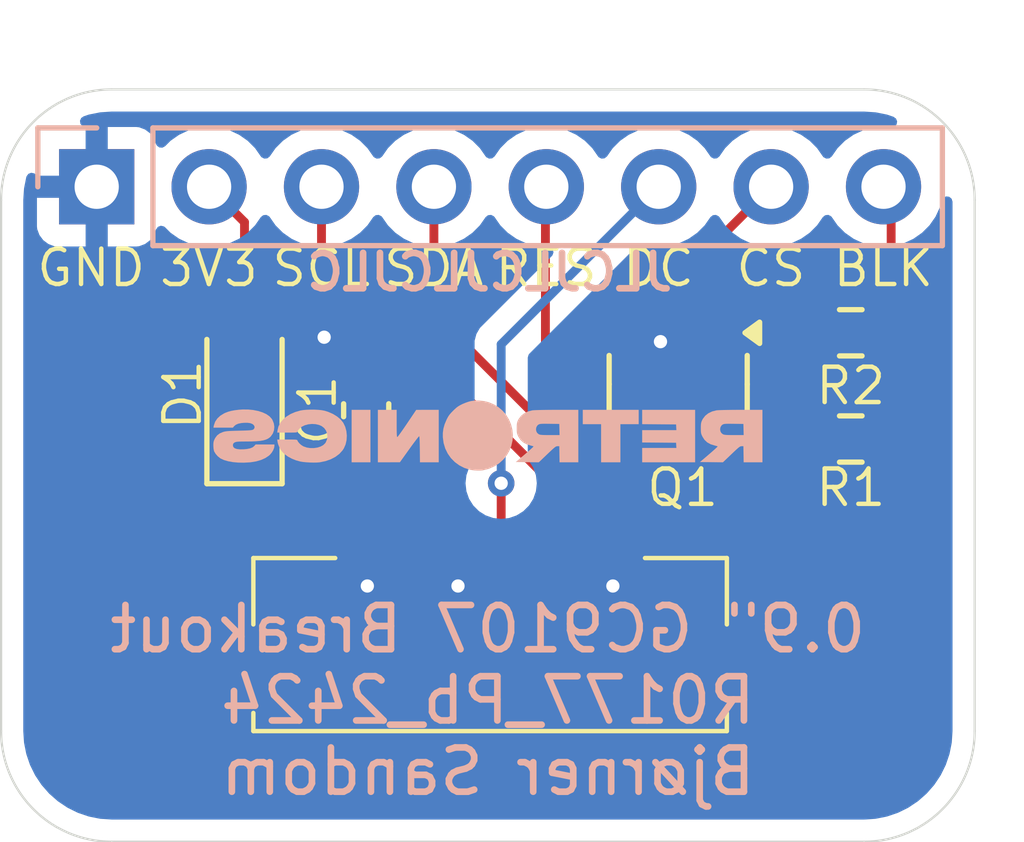
<source format=kicad_pcb>
(kicad_pcb (version 20240108) (generator "pcbnew") (generator_version "8.0")
  (layers (0 "F.Cu" signal) (31 "B.Cu" signal) (34 "B.Paste" user) (35 "F.Paste" user) (36 "B.SilkS" user "B.Silkscreen") (37 "F.SilkS" user "F.Silkscreen") (38 "B.Mask" user) (39 "F.Mask" user) (44 "Edge.Cuts" user))
  (net 0 "")
  (net 1 "BLK")
  (net 2 "CS")
  (net 3 "+3.3V")
  (net 4 "RST")
  (net 5 "DC")
  (net 6 "GND")
  (net 7 "SDA")
  (net 8 "SCL")
  (net 9 "LEDK")
  (net 10 "Net-(Q1-B)")
  (net 11 "Net-(Q1-C)")
  (net 12 "VDD")
  (footprint "Capacitor_SMD:C_0603_1608Metric_Pad1.08x0.95mm_HandSolder" (layer "F.Cu") (at 50.25 54.25 90)
    (property "Reference" "C1" (at 0 -1.1 90) (layer "F.SilkS") (effects (font (size 0.8 0.8) (thickness 0.1))))
    (property "Value" "1µF")
    (fp_line (start -0.146267 -0.51) (end 0.146267 -0.51) (stroke (width 0.12)) (layer "F.SilkS"))
    (fp_line (start -0.146267 0.51) (end 0.146267 0.51) (stroke (width 0.12)) (layer "F.SilkS"))
    (pad "1" smd roundrect (at -0.8625 0 90) (size 1.075 0.95) (layers "F.Cu" "F.Paste" "F.Mask") (net 12 "VDD"))
    (pad "2" smd roundrect (at 0.8625 0 90) (size 1.075 0.95) (layers "F.Cu" "F.Paste" "F.Mask") (net 6 "GND"))
  )
  (footprint "Package_TO_SOT_SMD:SOT-23" (layer "F.Cu") (at 57.3 53.6625 -90)
    (property "Reference" "Q1" (at 2.3375 -0.1 180) (layer "F.SilkS") (effects (font (size 0.8 0.8) (thickness 0.1))))
    (property "Value" "BC847")
    (fp_line (start 0 1.56) (end -0.65 1.56) (stroke (width 0.12)) (layer "F.SilkS"))
    (fp_line (start 0 1.56) (end 0.65 1.56) (stroke (width 0.12)) (layer "F.SilkS"))
    (fp_line (start 0 -1.56) (end -0.65 -1.56) (stroke (width 0.12)) (layer "F.SilkS"))
    (fp_line (start 0 -1.56) (end 0.65 -1.56) (stroke (width 0.12)) (layer "F.SilkS"))
    (fp_poly (pts (xy -1.1625 -1.51) (xy -1.4025 -1.84) (xy -0.9225 -1.84) (xy -1.1625 -1.51)) (stroke (width 0.12)) (fill solid) (layer "F.SilkS"))
    (pad "1" smd roundrect (at -0.9375 -0.95 270) (size 1.475 0.6) (layers "F.Cu" "F.Paste" "F.Mask") (net 10 "Net-(Q1-B)"))
    (pad "2" smd roundrect (at -0.9375 0.95 270) (size 1.475 0.6) (layers "F.Cu" "F.Paste" "F.Mask") (net 6 "GND"))
    (pad "3" smd roundrect (at 0.9375 0 270) (size 1.475 0.6) (layers "F.Cu" "F.Paste" "F.Mask") (net 11 "Net-(Q1-C)"))
  )
  (footprint "Resistor_SMD:R_0603_1608Metric_Pad0.98x0.95mm_HandSolder" (layer "F.Cu") (at 61.2 52.5 180)
    (property "Reference" "R2" (at 0 -1.2 0) (layer "F.SilkS") (effects (font (size 0.8 0.8) (thickness 0.1))))
    (property "Value" "1kΩ")
    (fp_line (start -0.254724 0.5225) (end 0.254724 0.5225) (stroke (width 0.12)) (layer "F.SilkS"))
    (fp_line (start -0.254724 -0.5225) (end 0.254724 -0.5225) (stroke (width 0.12)) (layer "F.SilkS"))
    (pad "1" smd roundrect (at -0.9125 0 180) (size 0.975 0.95) (layers "F.Cu" "F.Paste" "F.Mask") (net 1 "BLK"))
    (pad "2" smd roundrect (at 0.9125 0 180) (size 0.975 0.95) (layers "F.Cu" "F.Paste" "F.Mask") (net 10 "Net-(Q1-B)"))
  )
  (footprint "Diode_SMD:D_SOD-323_HandSoldering" (layer "F.Cu") (at 47.5 53.9 90)
    (property "Reference" "D1" (at 0 -1.4 90) (layer "F.SilkS") (effects (font (size 0.8 0.8) (thickness 0.1))))
    (property "Value" "B0520WS")
    (fp_line (start -2.01 -0.85) (end 1.25 -0.85) (stroke (width 0.12)) (layer "F.SilkS"))
    (fp_line (start -2.01 -0.85) (end -2.01 0.85) (stroke (width 0.12)) (layer "F.SilkS"))
    (fp_line (start -2.01 0.85) (end 1.25 0.85) (stroke (width 0.12)) (layer "F.SilkS"))
    (pad "1" smd roundrect (at -1.25 0 90) (size 1 1) (layers "F.Cu" "F.Paste" "F.Mask") (net 12 "VDD"))
    (pad "2" smd roundrect (at 1.25 0 90) (size 1 1) (layers "F.Cu" "F.Paste" "F.Mask") (net 3 "+3.3V"))
  )
  (footprint "Resistor_SMD:R_0603_1608Metric_Pad0.98x0.95mm_HandSolder" (layer "F.Cu") (at 61.2 54.9)
    (property "Reference" "R1" (at 0 1.1 0) (layer "F.SilkS") (effects (font (size 0.8 0.8) (thickness 0.1))))
    (property "Value" "10Ω")
    (fp_line (start -0.254724 -0.5225) (end 0.254724 -0.5225) (stroke (width 0.12)) (layer "F.SilkS"))
    (fp_line (start -0.254724 0.5225) (end 0.254724 0.5225) (stroke (width 0.12)) (layer "F.SilkS"))
    (pad "1" smd roundrect (at -0.9125 0) (size 0.975 0.95) (layers "F.Cu" "F.Paste" "F.Mask") (net 11 "Net-(Q1-C)"))
    (pad "2" smd roundrect (at 0.9125 0) (size 0.975 0.95) (layers "F.Cu" "F.Paste" "F.Mask") (net 9 "LEDK"))
  )
  (footprint "Retronics_Connectors:505110-1292" (layer "F.Cu") (at 53.05 59.845)
    (property "Reference" "J2" (hide yes))
    (property "Value" "Display interface" (hide yes))
    (fp_line (start -5.35 -2.255) (end -5.35 -0.755) (stroke (width 0.1)) (layer "F.SilkS"))
    (fp_line (start -5.35 1.245) (end -5.35 1.655) (stroke (width 0.1)) (layer "F.SilkS"))
    (fp_line (start -5.35 1.655) (end 5.35 1.655) (stroke (width 0.1)) (layer "F.SilkS"))
    (fp_line (start -3.5 -2.255) (end -5.35 -2.255) (stroke (width 0.1)) (layer "F.SilkS"))
    (fp_line (start 3.5 -2.255) (end 5.35 -2.255) (stroke (width 0.1)) (layer "F.SilkS"))
    (fp_line (start 5.35 -2.255) (end 5.35 -0.755) (stroke (width 0.1)) (layer "F.SilkS"))
    (fp_line (start 5.35 1.655) (end 5.35 1.245) (stroke (width 0.1)) (layer "F.SilkS"))
    (pad "1" smd rect (at -2.75 -2.455) (size 0.3 1) (layers "F.Cu" "F.Paste" "F.Mask") (net 6 "GND"))
    (pad "2" smd rect (at -2.25 -2.455) (size 0.3 1) (layers "F.Cu" "F.Paste" "F.Mask") (net 9 "LEDK"))
    (pad "3" smd rect (at -1.75 -2.455) (size 0.3 1) (layers "F.Cu" "F.Paste" "F.Mask") (net 12 "VDD"))
    (pad "4" smd rect (at -1.25 -2.455) (size 0.3 1) (layers "F.Cu" "F.Paste" "F.Mask") (net 12 "VDD"))
    (pad "5" smd rect (at -0.75 -2.455) (size 0.3 1) (layers "F.Cu" "F.Paste" "F.Mask") (net 6 "GND"))
    (pad "6" smd rect (at -0.25 -2.455) (size 0.3 1) (layers "F.Cu" "F.Paste" "F.Mask") (net 6 "GND"))
    (pad "7" smd rect (at 0.25 -2.455) (size 0.3 1) (layers "F.Cu" "F.Paste" "F.Mask") (net 5 "DC"))
    (pad "8" smd rect (at 0.75 -2.455) (size 0.3 1) (layers "F.Cu" "F.Paste" "F.Mask") (net 2 "CS"))
    (pad "9" smd rect (at 1.25 -2.455) (size 0.3 1) (layers "F.Cu" "F.Paste" "F.Mask") (net 8 "SCL"))
    (pad "10" smd rect (at 1.75 -2.455) (size 0.3 1) (layers "F.Cu" "F.Paste" "F.Mask") (net 7 "SDA"))
    (pad "11" smd rect (at 2.25 -2.455) (size 0.3 1) (layers "F.Cu" "F.Paste" "F.Mask") (net 4 "RST"))
    (pad "12" smd rect (at 2.75 -2.455) (size 0.3 1) (layers "F.Cu" "F.Paste" "F.Mask") (net 6 "GND"))
    (pad "MP1" smd rect (at -5.05 0.245 90) (size 1.3 2) (layers "F.Cu" "F.Paste" "F.Mask"))
    (pad "MP2" smd rect (at 5.05 0.245 90) (size 1.3 2) (layers "F.Cu" "F.Paste" "F.Mask"))
  )
  (footprint "Icons_Graphics:retronics_logo_14mm" (layer "B.Cu") (at 52.996672 54.8 180)
    (property "Reference" "G***" (hide yes))
    (property "Value" "LOGO" (hide yes))
    (fp_poly (pts (xy 3.075737 -0.626332) (xy 2.650726 -0.626332) (xy 2.650726 0.559225) (xy 3.075737 0.559225)) (fill solid) (layer "B.SilkS"))
    (fp_poly (pts (xy -2.147424 0.234875) (xy -2.561251 0.234875) (xy -2.561251 -0.626332) (xy -2.997446 -0.626332) (xy -2.997446 0.234875) (xy -3.411273 0.234875) (xy -3.411273 0.559225) (xy -2.147424 0.559225)) (fill solid) (layer "B.SilkS"))
    (fp_poly (pts (xy -3.489564 0.235169) (xy -3.872634 0.232226) (xy -4.255703 0.229283) (xy -4.262411 0.100661) (xy -3.489564 0.100661) (xy -3.489564 -0.178658) (xy -3.872634 -0.181601) (xy -4.255703 -0.184544) (xy -4.259083 -0.243262) (xy -4.262464 -0.301981) (xy -3.489564 -0.301981) (xy -3.489564 -0.626332) (xy -4.686306 -0.626332) (xy -4.686306 0.559225) (xy -3.489564 0.559225)) (fill solid) (layer "B.SilkS"))
    (fp_poly (pts (xy 2.482959 -0.626332) (xy 2.234104 -0.626061) (xy 1.985248 -0.62579) (xy 1.773232 -0.329508) (xy 1.72178 -0.258205) (xy 1.674126 -0.193305) (xy 1.631884 -0.13692) (xy 1.596672 -0.091163) (xy 1.570106 -0.058147) (xy 1.553801 -0.039984) (xy 1.549542 -0.037113) (xy 1.545434 -0.049662) (xy 1.54191 -0.084007) (xy 1.538998 -0.139585) (xy 1.536727 -0.21583) (xy 1.535123 -0.312177) (xy 1.534887 -0.333665) (xy 1.531905 -0.626332) (xy 1.107265 -0.626332) (xy 1.107265 0.559225) (xy 1.361713 0.558961) (xy 1.61616 0.558696) (xy 1.823073 0.25158) (xy 1.873029 0.178031) (xy 1.919479 0.110788) (xy 1.96086 0.052026) (xy 1.995609 0.003919) (xy 2.022161 -0.031356) (xy 2.038955 -0.051626) (xy 2.043967 -0.055729) (xy 2.048295 -0.050927) (xy 2.051697 -0.035077) (xy 2.054261 -0.00621) (xy 2.056078 0.037641) (xy 2.057236 0.098443) (xy 2.057825 0.178166) (xy 2.057948 0.251652) (xy 2.057948 0.559225) (xy 2.482959 0.559225)) (fill solid) (layer "B.SilkS"))
    (fp_poly (pts (xy 0.308238 0.767339) (xy 0.386893 0.755606) (xy 0.437524 0.741689) (xy 0.497781 0.72075) (xy 0.55762 0.696408) (xy 0.581049 0.685638) (xy 0.632714 0.659367) (xy 0.674606 0.633782) (xy 0.713581 0.603884) (xy 0.756495 0.564672) (xy 0.783822 0.537763) (xy 0.830169 0.48985) (xy 0.864494 0.449592) (xy 0.891795 0.410132) (xy 0.917074 0.364614) (xy 0.931696 0.334991) (xy 0.975414 0.231291) (xy 1.002701 0.133519) (xy 1.015112 0.034302) (xy 1.014965 -0.060004) (xy 0.997762 -0.19148) (xy 0.960581 -0.315089) (xy 0.904933 -0.429092) (xy 0.832332 -0.531748) (xy 0.74429 -0.621315) (xy 0.642318 -0.696053) (xy 0.527929 -0.75422) (xy 0.402635 -0.794077) (xy 0.37161 -0.800629) (xy 0.306832 -0.809678) (xy 0.235839 -0.814219) (xy 0.16791 -0.813969) (xy 0.112323 -0.808645) (xy 0.111845 -0.808563) (xy -0.021371 -0.774817) (xy -0.143963 -0.722282) (xy -0.254434 -0.652049) (xy -0.351285 -0.56521) (xy -0.433015 -0.462855) (xy -0.484725 -0.374111) (xy -0.53325 -0.253816) (xy -0.5608 -0.130999) (xy -0.56828 -0.007801) (xy -0.556592 0.113639) (xy -0.526641 0.231183) (xy -0.479329 0.34269) (xy -0.41556 0.446022) (xy -0.336238 0.539038) (xy -0.242266 0.619599) (xy -0.134548 0.685567) (xy -0.016777 0.733911) (xy 0.086992 0.758553) (xy 0.198263 0.769854)) (fill solid) (layer "B.SilkS"))
    (fp_poly (pts (xy -1.563034 0.559141) (xy -1.449663 0.558846) (xy -1.343774 0.558036) (xy -1.247766 0.556761) (xy -1.164041 0.555072) (xy -1.095 0.553018) (xy -1.043043 0.55065) (xy -1.01057 0.54802) (xy -1.006605 0.547463) (xy -0.908404 0.522415) (xy -0.823368 0.481263) (xy -0.753127 0.42513) (xy -0.699314 0.355138) (xy -0.683595 0.325318) (xy -0.669962 0.293602) (xy -0.661309 0.264295) (xy -0.656546 0.230697) (xy -0.654584 0.186105) (xy -0.654294 0.145134) (xy -0.65477 0.090742) (xy -0.657081 0.051801) (xy -0.662546 0.021399) (xy -0.672486 -0.007377) (xy -0.688221 -0.041438) (xy -0.691034 -0.047168) (xy -0.737563 -0.119645) (xy -0.798662 -0.17659) (xy -0.875614 -0.218936) (xy -0.965174 -0.246629) (xy -1.000495 -0.255423) (xy -1.025772 -0.263492) (xy -1.034345 -0.268068) (xy -1.027439 -0.276978) (xy -1.005714 -0.298221) (xy -0.971456 -0.32972) (xy -0.926954 -0.369395) (xy -0.874495 -0.415169) (xy -0.836377 -0.447923) (xy -0.634059 -0.620739) (xy -0.893895 -0.623744) (xy -1.153731 -0.626748) (xy -1.344166 -0.444792) (xy -1.405168 -0.386734) (xy -1.452505 -0.342457) (xy -1.488518 -0.310115) (xy -1.515552 -0.287866) (xy -1.535948 -0.273866) (xy -1.552049 -0.26627) (xy -1.566199 -0.263235) (xy -1.57538 -0.262835) (xy -1.616161 -0.262835) (xy -1.619234 -0.444583) (xy -1.622307 -0.626332) (xy -2.046764 -0.626332) (xy -2.046764 -0.011184) (xy -1.622486 -0.011184) (xy -1.406818 -0.011167) (xy -1.329205 -0.010886) (xy -1.270498 -0.009881) (xy -1.227238 -0.007886) (xy -1.195968 -0.004636) (xy -1.173228 0.000135) (xy -1.15556 0.006694) (xy -1.152004 0.008406) (xy -1.116997 0.037123) (xy -1.096323 0.077241) (xy -1.090199 0.122811) (xy -1.098839 0.167885) (xy -1.122459 0.206514) (xy -1.144184 0.22429) (xy -1.158227 0.231889) (xy -1.174238 0.237428) (xy -1.195654 0.241166) (xy -1.225917 0.243361) (xy -1.268464 0.244271) (xy -1.326736 0.244155) (xy -1.398063 0.243353) (xy -1.616161 0.240467) (xy -1.619323 0.114642) (xy -1.622486 -0.011184) (xy -2.046764 -0.011184) (xy -2.046764 0.559225)) (fill solid) (layer "B.SilkS"))
    (fp_poly (pts (xy -5.723668 0.559141) (xy -5.610297 0.558846) (xy -5.504408 0.558036) (xy -5.4084 0.556761) (xy -5.324675 0.555072) (xy -5.255634 0.553018) (xy -5.203677 0.55065) (xy -5.171204 0.54802) (xy -5.167239 0.547463) (xy -5.069038 0.522415) (xy -4.984002 0.481263) (xy -4.913761 0.42513) (xy -4.859948 0.355138) (xy -4.844229 0.325318) (xy -4.830596 0.293602) (xy -4.821943 0.264295) (xy -4.817181 0.230697) (xy -4.815218 0.186105) (xy -4.814928 0.145134) (xy -4.815404 0.090742) (xy -4.817715 0.051801) (xy -4.82318 0.021399) (xy -4.83312 -0.007377) (xy -4.848855 -0.041438) (xy -4.851668 -0.047168) (xy -4.898197 -0.119645) (xy -4.959296 -0.17659) (xy -5.036248 -0.218936) (xy -5.125808 -0.246629) (xy -5.161129 -0.255423) (xy -5.186406 -0.263492) (xy -5.194979 -0.268068) (xy -5.188073 -0.276978) (xy -5.166348 -0.298221) (xy -5.13209 -0.32972) (xy -5.087588 -0.369395) (xy -5.035129 -0.415169) (xy -4.997011 -0.447923) (xy -4.794693 -0.620739) (xy -5.054529 -0.623744) (xy -5.314365 -0.626748) (xy -5.5048 -0.444792) (xy -5.565802 -0.386734) (xy -5.613139 -0.342457) (xy -5.649153 -0.310115) (xy -5.676186 -0.287866) (xy -5.696582 -0.273866) (xy -5.712684 -0.26627) (xy -5.726833 -0.263235) (xy -5.736014 -0.262835) (xy -5.776795 -0.262835) (xy -5.779868 -0.444583) (xy -5.782941 -0.626332) (xy -6.207398 -0.626332) (xy -6.207398 -0.011184) (xy -5.78312 -0.011184) (xy -5.567452 -0.011167) (xy -5.489839 -0.010886) (xy -5.431132 -0.009881) (xy -5.387872 -0.007886) (xy -5.356602 -0.004636) (xy -5.333862 0.000135) (xy -5.316194 0.006694) (xy -5.312638 0.008406) (xy -5.277631 0.037123) (xy -5.256957 0.077241) (xy -5.250833 0.122811) (xy -5.259473 0.167885) (xy -5.283093 0.206514) (xy -5.304818 0.22429) (xy -5.318861 0.231889) (xy -5.334872 0.237428) (xy -5.356288 0.241166) (xy -5.386551 0.243361) (xy -5.429098 0.244271) (xy -5.48737 0.244155) (xy -5.558697 0.243353) (xy -5.776795 0.240467) (xy -5.779957 0.114642) (xy -5.78312 -0.011184) (xy -6.207398 -0.011184) (xy -6.207398 0.559225)) (fill solid) (layer "B.SilkS"))
    (fp_poly (pts (xy 4.096773 0.56052) (xy 4.17723 0.552939) (xy 4.233254 0.543427) (xy 4.351917 0.509371) (xy 4.458389 0.463119) (xy 4.551021 0.406086) (xy 4.628164 0.339687) (xy 4.688168 0.265337) (xy 4.729384 0.184452) (xy 4.749971 0.100099) (xy 4.756528 0.044738) (xy 4.532034 0.044738) (xy 4.455831 0.044829) (xy 4.39902 0.045298) (xy 4.358625 0.046442) (xy 4.33167 0.048557) (xy 4.315177 0.051941) (xy 4.306172 0.05689) (xy 4.301676 0.063701) (xy 4.300207 0.067842) (xy 4.288454 0.090271) (xy 4.267627 0.1192) (xy 4.258518 0.130075) (xy 4.204367 0.175915) (xy 4.135611 0.209929) (xy 4.056976 0.231547) (xy 3.973186 0.240197) (xy 3.888968 0.235311) (xy 3.809047 0.216317) (xy 3.752399 0.191156) (xy 3.696707 0.147942) (xy 3.656068 0.091729) (xy 3.631351 0.026811) (xy 3.623424 -0.042514) (xy 3.633155 -0.111951) (xy 3.661412 -0.177204) (xy 3.674147 -0.196015) (xy 3.718806 -0.238557) (xy 3.779362 -0.271345) (xy 3.851296 -0.293766) (xy 3.930086 -0.305203) (xy 4.011214 -0.305042) (xy 4.090159 -0.292669) (xy 4.162401 -0.267467) (xy 4.170435 -0.263536) (xy 4.215154 -0.235104) (xy 4.255996 -0.199036) (xy 4.286941 -0.161298) (xy 4.300207 -0.134948) (xy 4.303574 -0.127107) (xy 4.309982 -0.121275) (xy 4.322408 -0.117155) (xy 4.34383 -0.114451) (xy 4.377224 -0.112865) (xy 4.425568 -0.1121) (xy 4.491839 -0.11186) (xy 4.53193 -0.111845) (xy 4.756321 -0.111845) (xy 4.750829 -0.16057) (xy 4.738677 -0.213311) (xy 4.715121 -0.273949) (xy 4.683973 -0.333979) (xy 4.651799 -0.381476) (xy 4.593615 -0.440586) (xy 4.517757 -0.495523) (xy 4.42886 -0.543763) (xy 4.331557 -0.58278) (xy 4.233333 -0.609467) (xy 4.172521 -0.619069) (xy 4.097908 -0.626385) (xy 4.016503 -0.631141) (xy 3.935315 -0.633064) (xy 3.861352 -0.631879) (xy 3.801624 -0.627313) (xy 3.795885 -0.626545) (xy 3.665135 -0.59965) (xy 3.546594 -0.558326) (xy 3.441996 -0.503575) (xy 3.353075 -0.436397) (xy 3.281564 -0.357796) (xy 3.251265 -0.311763) (xy 3.212565 -0.224105) (xy 3.190275 -0.126435) (xy 3.184268 -0.023802) (xy 3.194417 0.078741) (xy 3.220594 0.176145) (xy 3.262673 0.263359) (xy 3.265878 0.268436) (xy 3.325626 0.342389) (xy 3.404242 0.409176) (xy 3.498869 0.466956) (xy 3.606649 0.513891) (xy 3.685292 0.538485) (xy 3.748216 0.550699) (xy 3.827006 0.559065) (xy 3.915482 0.563528) (xy 4.007464 0.564032)) (fill solid) (layer "B.SilkS"))
    (fp_poly (pts (xy 5.623007 0.561476) (xy 5.719382 0.549594) (xy 5.7992 0.534806) (xy 5.868227 0.515683) (xy 5.932227 0.490797) (xy 5.959308 0.478129) (xy 6.044126 0.426368) (xy 6.111507 0.363206) (xy 6.160197 0.290156) (xy 6.188942 0.208732) (xy 6.190981 0.198525) (xy 6.198702 0.156583) (xy 5.758573 0.156583) (xy 5.731376 0.188906) (xy 5.692766 0.221893) (xy 5.639361 0.24535) (xy 5.568823 0.260077) (xy 5.507287 0.265661) (xy 5.429308 0.26643) (xy 5.368775 0.258517) (xy 5.322225 0.241188) (xy 5.293064 0.220363) (xy 5.271434 0.188542) (xy 5.269362 0.154503) (xy 5.28656 0.12422) (xy 5.298148 0.114899) (xy 5.309984 0.108711) (xy 5.326345 0.103747) (xy 5.349977 0.099777) (xy 5.383626 0.096573) (xy 5.430038 0.093906) (xy 5.491959 0.091547) (xy 5.572134 0.089267) (xy 5.619702 0.08809) (xy 5.711391 0.085706) (xy 5.783952 0.083274) (xy 5.840624 0.080524) (xy 5.884648 0.077185) (xy 5.919263 0.072987) (xy 5.947709 0.067658) (xy 5.973225 0.060929) (xy 5.983707 0.057664) (xy 6.057409 0.026081) (xy 6.114167 -0.016976) (xy 6.157824 -0.074713) (xy 6.170285 -0.098092) (xy 6.187055 -0.135923) (xy 6.196467 -0.16969) (xy 6.200367 -0.208701) (xy 6.200742 -0.251651) (xy 6.196473 -0.319583) (xy 6.185664 -0.371065) (xy 6.180967 -0.383318) (xy 6.148323 -0.437285) (xy 6.101707 -0.489824) (xy 6.048517 -0.532902) (xy 6.036108 -0.540641) (xy 5.960167 -0.5756) (xy 5.866408 -0.602951) (xy 5.758199 -0.622277) (xy 5.638904 -0.633161) (xy 5.51189 -0.635184) (xy 5.380521 -0.627929) (xy 5.353776 -0.625302) (xy 5.23242 -0.605576) (xy 5.122313 -0.573754) (xy 5.026254 -0.530939) (xy 4.947042 -0.478232) (xy 4.921022 -0.454941) (xy 4.881622 -0.408387) (xy 4.849381 -0.35529) (xy 4.82787 -0.302585) (xy 4.820628 -0.260039) (xy 4.820519 -0.22369) (xy 5.246974 -0.22369) (xy 5.274367 -0.256244) (xy 5.312476 -0.287536) (xy 5.367859 -0.310538) (xy 5.441923 -0.325695) (xy 5.516627 -0.332529) (xy 5.604095 -0.333507) (xy 5.671485 -0.325564) (xy 5.719324 -0.308482) (xy 5.748139 -0.282044) (xy 5.758459 -0.246033) (xy 5.758008 -0.233124) (xy 5.750716 -0.204596) (xy 5.731323 -0.185134) (xy 5.715279 -0.176173) (xy 5.698463 -0.169255) (xy 5.677398 -0.164144) (xy 5.648671 -0.160583) (xy 5.608868 -0.158315) (xy 5.554578 -0.157081) (xy 5.482386 -0.156624) (xy 5.456049 -0.1566) (xy 5.332544 -0.155214) (xy 5.228916 -0.150749) (xy 5.142824 -0.142713) (xy 5.071924 -0.130614) (xy 5.013875 -0.113957) (xy 4.966336 -0.092253) (xy 4.926963 -0.065006) (xy 4.900603 -0.039794) (xy 4.855966 0.024351) (xy 4.829862 0.097316) (xy 4.822467 0.175136) (xy 4.833956 0.253848) (xy 4.864506 0.329489) (xy 4.882904 0.359161) (xy 4.933435 0.413947) (xy 5.002709 0.461623) (xy 5.088027 0.501452) (xy 5.186689 0.532696) (xy 5.295996 0.554617) (xy 5.413249 0.566476) (xy 5.535747 0.567537)) (fill solid) (layer "B.SilkS"))
  )
  (footprint "Connector_PinHeader_2.54mm:PinHeader_1x08_P2.54mm_Vertical" (layer "B.Cu") (at 44.16 49.2 -90)
    (property "Reference" "J1" (hide yes))
    (property "Value" "Pin header")
    (fp_line (start -1.33 1.33) (end -1.33 0) (stroke (width 0.12)) (layer "B.SilkS"))
    (fp_line (start 0 1.33) (end -1.33 1.33) (stroke (width 0.12)) (layer "B.SilkS"))
    (fp_line (start 1.33 -1.27) (end -1.33 -1.27) (stroke (width 0.12)) (layer "B.SilkS"))
    (fp_line (start -1.33 -19.11) (end -1.33 -1.27) (stroke (width 0.12)) (layer "B.SilkS"))
    (fp_line (start 1.33 -19.11) (end 1.33 -1.27) (stroke (width 0.12)) (layer "B.SilkS"))
    (fp_line (start 1.33 -19.11) (end -1.33 -19.11) (stroke (width 0.12)) (layer "B.SilkS"))
    (pad "1" thru_hole rect (at 0 0 270) (size 1.7 1.7) (drill 1) (layers "*.Cu" "*.Mask") (net 6 "GND"))
    (pad "2" thru_hole oval (at 0 -2.54 270) (size 1.7 1.7) (drill 1) (layers "*.Cu" "*.Mask") (net 3 "+3.3V"))
    (pad "3" thru_hole oval (at 0 -5.08 270) (size 1.7 1.7) (drill 1) (layers "*.Cu" "*.Mask") (net 8 "SCL"))
    (pad "4" thru_hole oval (at 0 -7.62 270) (size 1.7 1.7) (drill 1) (layers "*.Cu" "*.Mask") (net 7 "SDA"))
    (pad "5" thru_hole oval (at 0 -10.16 270) (size 1.7 1.7) (drill 1) (layers "*.Cu" "*.Mask") (net 4 "RST"))
    (pad "6" thru_hole oval (at 0 -12.7 270) (size 1.7 1.7) (drill 1) (layers "*.Cu" "*.Mask") (net 5 "DC"))
    (pad "7" thru_hole oval (at 0 -15.24 270) (size 1.7 1.7) (drill 1) (layers "*.Cu" "*.Mask") (net 2 "CS"))
    (pad "8" thru_hole oval (at 0 -17.78 270) (size 1.7 1.7) (drill 1) (layers "*.Cu" "*.Mask") (net 1 "BLK"))
  )
  (gr_arc (start 64 61.5) (mid 63.267767 63.267767) (end 61.5 64) (stroke (width 0.05)) (layer "Edge.Cuts"))
  (gr_arc (start 44.5 64) (mid 42.732233 63.267767) (end 42 61.5) (stroke (width 0.05)) (layer "Edge.Cuts"))
  (gr_line (start 61.5 47) (end 44.5 47) (stroke (width 0.05)) (layer "Edge.Cuts"))
  (gr_line (start 64 61.5) (end 64 49.5) (stroke (width 0.05)) (layer "Edge.Cuts"))
  (gr_line (start 44.5 64) (end 61.5 64) (stroke (width 0.05)) (layer "Edge.Cuts"))
  (gr_line (start 42 49.5) (end 42 61.5) (stroke (width 0.05)) (layer "Edge.Cuts"))
  (gr_arc (start 61.5 47) (mid 63.267767 47.732233) (end 64 49.5) (stroke (width 0.05)) (layer "Edge.Cuts"))
  (gr_arc (start 42 49.5) (mid 42.732233 47.732233) (end 44.5 47) (stroke (width 0.05)) (layer "Edge.Cuts"))
  (gr_text "0.9{dblquote} GC9107 Breakout\nR0177_Pb_2424\nBjørner Sandom\n" (at 53 63 0) (layer "B.SilkS") (effects (font (size 1 1)) (justify bottom mirror)))
  (gr_text "JLCJLCJLCJLC" (at 57.25 51.6 0) (layer "B.SilkS") (effects (font (size 0.8 0.8) (thickness 0.15) (bold yes)) (justify left bottom mirror)))
  (gr_text "SCL" (at 48.065238 51.5 0) (layer "F.SilkS") (effects (font (size 0.8 0.8) (thickness 0.1)) (justify left bottom)))
  (gr_text "DC" (at 55.99 51.5 0) (layer "F.SilkS") (effects (font (size 0.8 0.8) (thickness 0.1)) (justify left bottom)))
  (gr_text "RES" (at 53.107143 51.5 0) (layer "F.SilkS") (effects (font (size 0.8 0.8) (thickness 0.1)) (justify left bottom)))
  (gr_text "SDA" (at 50.586191 51.5 0) (layer "F.SilkS") (effects (font (size 0.8 0.8) (thickness 0.1)) (justify left bottom)))
  (gr_text "GND" (at 42.75 51.5 0) (layer "F.SilkS") (effects (font (size 0.8 0.8) (thickness 0.1)) (justify left bottom)))
  (gr_text "CS" (at 58.549048 51.5 0) (layer "F.SilkS") (effects (font (size 0.8 0.8) (thickness 0.1)) (justify left bottom)))
  (gr_text "BLK" (at 60.746191 51.5 0) (layer "F.SilkS") (effects (font (size 0.8 0.8) (thickness 0.1)) (justify left bottom)))
  (gr_text "3V3" (at 45.525238 51.5 0) (layer "F.SilkS") (effects (font (size 0.8 0.8) (thickness 0.1)) (justify left bottom)))
  (segment (start 62.1125 52.5) (end 62.1125 49.3725) (width 0.2) (layer "F.Cu") (net 1))
  (segment (start 62.1125 49.3725) (end 61.94 49.2) (width 0.2) (layer "F.Cu") (net 1))
  (segment (start 57.65 52.871948) (end 57.65 50.95) (width 0.2) (layer "F.Cu") (net 2))
  (segment (start 56.6 53.921948) (end 57.65 52.871948) (width 0.2) (layer "F.Cu") (net 2))
  (segment (start 54.481519 58.821519) (end 56.072824 58.821519) (width 0.2) (layer "F.Cu") (net 2))
  (segment (start 53.8 58.14) (end 54.481519 58.821519) (width 0.2) (layer "F.Cu") (net 2))
  (segment (start 56.6 58.294343) (end 56.6 53.921948) (width 0.2) (layer "F.Cu") (net 2))
  (segment (start 56.072824 58.821519) (end 56.6 58.294343) (width 0.2) (layer "F.Cu") (net 2))
  (segment (start 57.65 50.95) (end 59.4 49.2) (width 0.2) (layer "F.Cu") (net 2))
  (segment (start 53.8 57.39) (end 53.8 58.14) (width 0.2) (layer "F.Cu") (net 2))
  (segment (start 47.5 52.65) (end 47.5 50) (width 0.2) (layer "F.Cu") (net 3))
  (segment (start 47.5 50) (end 46.7 49.2) (width 0.2) (layer "F.Cu") (net 3))
  (segment (start 54.3 49.22) (end 54.32 49.2) (width 0.2) (layer "F.Cu") (net 4))
  (segment (start 54.3 53.4) (end 54.3 49.22) (width 0.2) (layer "F.Cu") (net 4))
  (segment (start 55.3 57.39) (end 55.3 54.4) (width 0.2) (layer "F.Cu") (net 4))
  (segment (start 55.3 54.4) (end 54.3 53.4) (width 0.2) (layer "F.Cu") (net 4))
  (segment (start 53.299976 55.9) (end 53.3 55.900024) (width 0.2) (layer "F.Cu") (net 5))
  (segment (start 53.3 55.900024) (end 53.3 57.39) (width 0.2) (layer "F.Cu") (net 5))
  (via (at 53.299976 55.9) (size 0.6) (drill 0.3) (layers "F.Cu" "B.Cu") (net 5))
  (segment (start 53.299976 55.9) (end 53.299976 52.760024) (width 0.2) (layer "B.Cu") (net 5))
  (segment (start 53.299976 52.760024) (end 56.86 49.2) (width 0.2) (layer "B.Cu") (net 5))
  (segment (start 56.35 52.725) (end 56.875 52.725) (width 0.2) (layer "F.Cu") (net 6))
  (segment (start 50.0875 53.3875) (end 49.3 52.6) (width 0.2) (layer "F.Cu") (net 6))
  (segment (start 52.3 57.39) (end 52.3 58.197224) (width 0.2) (layer "F.Cu") (net 6))
  (segment (start 55.8 57.39) (end 55.8 58.197224) (width 0.2) (layer "F.Cu") (net 6))
  (segment (start 50.3 58.197224) (end 50.275705 58.221519) (width 0.2) (layer "F.Cu") (net 6))
  (segment (start 56.875 52.725) (end 56.9 52.7) (width 0.2) (layer "F.Cu") (net 6))
  (segment (start 50.25 53.3875) (end 50.0875 53.3875) (width 0.2) (layer "F.Cu") (net 6))
  (segment (start 52.3 58.197224) (end 52.324295 58.221519) (width 0.2) (layer "F.Cu") (net 6))
  (segment (start 50.3 57.39) (end 50.3 58.197224) (width 0.2) (layer "F.Cu") (net 6))
  (segment (start 55.8 58.197224) (end 55.824295 58.221519) (width 0.2) (layer "F.Cu") (net 6))
  (segment (start 52.3 57.39) (end 52.8 57.39) (width 0.2) (layer "F.Cu") (net 6))
  (via (at 52.324295 58.221519) (size 0.6) (drill 0.3) (layers "F.Cu" "B.Cu") (net 6))
  (via (at 50.275705 58.221519) (size 0.6) (drill 0.3) (layers "F.Cu" "B.Cu") (net 6))
  (via (at 55.824295 58.221519) (size 0.6) (drill 0.3) (layers "F.Cu" "B.Cu") (net 6))
  (via (at 49.3 52.6) (size 0.6) (drill 0.3) (layers "F.Cu" "B.Cu") (net 6))
  (via (at 56.9 52.7) (size 0.6) (drill 0.3) (layers "F.Cu" "B.Cu") (net 6))
  (segment (start 51.78 52.08) (end 51.78 49.2) (width 0.2) (layer "F.Cu") (net 7))
  (segment (start 54.8 57.39) (end 54.8 55.1) (width 0.2) (layer "F.Cu") (net 7))
  (segment (start 54.8 55.1) (end 51.78 52.08) (width 0.2) (layer "F.Cu") (net 7))
  (segment (start 54.3 55.744907) (end 49.24 50.684907) (width 0.2) (layer "F.Cu") (net 8))
  (segment (start 54.3 57.39) (end 54.3 55.744907) (width 0.2) (layer "F.Cu") (net 8))
  (segment (start 49.24 50.684907) (end 49.24 49.2) (width 0.2) (layer "F.Cu") (net 8))
  (segment (start 49.675705 58.470048) (end 50.427176 59.221519) (width 0.2) (layer "F.Cu") (net 9))
  (segment (start 50.427176 59.221519) (end 56.8 59.221519) (width 0.2) (layer "F.Cu") (net 9))
  (segment (start 60.121519 55.9) (end 61.1125 55.9) (width 0.2) (layer "F.Cu") (net 9))
  (segment (start 50.75 56.59) (end 49.85 56.59) (width 0.2) (layer "F.Cu") (net 9))
  (segment (start 61.1125 55.9) (end 62.1125 54.9) (width 0.2) (layer "F.Cu") (net 9))
  (segment (start 50.8 56.64) (end 50.75 56.59) (width 0.2) (layer "F.Cu") (net 9))
  (segment (start 56.8 59.221519) (end 60.121519 55.9) (width 0.2) (layer "F.Cu") (net 9))
  (segment (start 49.675705 56.764295) (end 49.675705 58.470048) (width 0.2) (layer "F.Cu") (net 9))
  (segment (start 49.85 56.59) (end 49.675705 56.764295) (width 0.2) (layer "F.Cu") (net 9))
  (segment (start 50.8 57.39) (end 50.8 56.64) (width 0.2) (layer "F.Cu") (net 9))
  (segment (start 60.2875 52.5) (end 58.475 52.5) (width 0.2) (layer "F.Cu") (net 10))
  (segment (start 58.475 52.5) (end 58.25 52.725) (width 0.2) (layer "F.Cu") (net 10))
  (segment (start 60.2875 54.9) (end 57.6 54.9) (width 0.2) (layer "F.Cu") (net 11))
  (segment (start 57.6 54.9) (end 57.3 54.6) (width 0.2) (layer "F.Cu") (net 11))
  (segment (start 51.3 57.39) (end 51.8 57.39) (width 0.2) (layer "F.Cu") (net 12))
  (segment (start 50.25 55.1125) (end 51.3 56.1625) (width 0.2) (layer "F.Cu") (net 12))
  (segment (start 51.3 56.1625) (end 51.3 57.39) (width 0.2) (layer "F.Cu") (net 12))
  (segment (start 47.5375 55.1125) (end 47.5 55.15) (width 0.2) (layer "F.Cu") (net 12))
  (segment (start 50.25 55.1125) (end 47.5375 55.1125) (width 0.2) (layer "F.Cu") (net 12))
  (zone (net 6) (net_name "GND") (layer "B.Cu") (connect_pads (clearance 0.5)) (min_thickness 0.25) (fill yes (thermal_gap 0.5) (thermal_bridge_width 0.5))
    (polygon (pts (xy 42 47) (xy 64 47) (xy 64 64) (xy 42 64)))
  )
)
</source>
